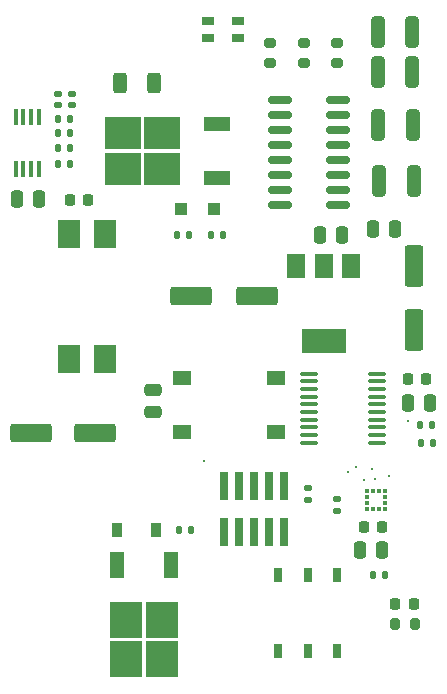
<source format=gtp>
%TF.GenerationSoftware,KiCad,Pcbnew,(6.0.1-0)*%
%TF.CreationDate,2022-10-24T18:59:44-05:00*%
%TF.ProjectId,tackle_sensor_hardware,7461636b-6c65-45f7-9365-6e736f725f68,rev?*%
%TF.SameCoordinates,Original*%
%TF.FileFunction,Paste,Top*%
%TF.FilePolarity,Positive*%
%FSLAX46Y46*%
G04 Gerber Fmt 4.6, Leading zero omitted, Abs format (unit mm)*
G04 Created by KiCad (PCBNEW (6.0.1-0)) date 2022-10-24 18:59:44*
%MOMM*%
%LPD*%
G01*
G04 APERTURE LIST*
G04 Aperture macros list*
%AMRoundRect*
0 Rectangle with rounded corners*
0 $1 Rounding radius*
0 $2 $3 $4 $5 $6 $7 $8 $9 X,Y pos of 4 corners*
0 Add a 4 corners polygon primitive as box body*
4,1,4,$2,$3,$4,$5,$6,$7,$8,$9,$2,$3,0*
0 Add four circle primitives for the rounded corners*
1,1,$1+$1,$2,$3*
1,1,$1+$1,$4,$5*
1,1,$1+$1,$6,$7*
1,1,$1+$1,$8,$9*
0 Add four rect primitives between the rounded corners*
20,1,$1+$1,$2,$3,$4,$5,0*
20,1,$1+$1,$4,$5,$6,$7,0*
20,1,$1+$1,$6,$7,$8,$9,0*
20,1,$1+$1,$8,$9,$2,$3,0*%
G04 Aperture macros list end*
%ADD10RoundRect,0.200000X-0.275000X0.200000X-0.275000X-0.200000X0.275000X-0.200000X0.275000X0.200000X0*%
%ADD11R,0.450000X1.450000*%
%ADD12RoundRect,0.135000X-0.135000X-0.185000X0.135000X-0.185000X0.135000X0.185000X-0.135000X0.185000X0*%
%ADD13R,0.760000X2.400000*%
%ADD14RoundRect,0.250000X0.312500X0.625000X-0.312500X0.625000X-0.312500X-0.625000X0.312500X-0.625000X0*%
%ADD15R,0.700000X1.200000*%
%ADD16RoundRect,0.225000X0.225000X0.250000X-0.225000X0.250000X-0.225000X-0.250000X0.225000X-0.250000X0*%
%ADD17RoundRect,0.250000X0.312500X1.075000X-0.312500X1.075000X-0.312500X-1.075000X0.312500X-1.075000X0*%
%ADD18R,0.350000X0.375000*%
%ADD19R,0.375000X0.350000*%
%ADD20RoundRect,0.225000X-0.225000X-0.250000X0.225000X-0.250000X0.225000X0.250000X-0.225000X0.250000X0*%
%ADD21RoundRect,0.200000X0.200000X0.275000X-0.200000X0.275000X-0.200000X-0.275000X0.200000X-0.275000X0*%
%ADD22RoundRect,0.250000X0.250000X0.475000X-0.250000X0.475000X-0.250000X-0.475000X0.250000X-0.475000X0*%
%ADD23RoundRect,0.250000X1.500000X0.550000X-1.500000X0.550000X-1.500000X-0.550000X1.500000X-0.550000X0*%
%ADD24RoundRect,0.135000X-0.185000X0.135000X-0.185000X-0.135000X0.185000X-0.135000X0.185000X0.135000X0*%
%ADD25C,0.254000*%
%ADD26RoundRect,0.250000X0.550000X-1.500000X0.550000X1.500000X-0.550000X1.500000X-0.550000X-1.500000X0*%
%ADD27R,1.550000X1.300000*%
%ADD28RoundRect,0.100000X0.637500X0.100000X-0.637500X0.100000X-0.637500X-0.100000X0.637500X-0.100000X0*%
%ADD29RoundRect,0.150000X-0.825000X-0.150000X0.825000X-0.150000X0.825000X0.150000X-0.825000X0.150000X0*%
%ADD30RoundRect,0.135000X0.135000X0.185000X-0.135000X0.185000X-0.135000X-0.185000X0.135000X-0.185000X0*%
%ADD31R,1.955800X2.362200*%
%ADD32R,2.750000X3.050000*%
%ADD33R,1.200000X2.200000*%
%ADD34RoundRect,0.140000X0.170000X-0.140000X0.170000X0.140000X-0.170000X0.140000X-0.170000X-0.140000X0*%
%ADD35RoundRect,0.140000X-0.140000X-0.170000X0.140000X-0.170000X0.140000X0.170000X-0.140000X0.170000X0*%
%ADD36RoundRect,0.218750X0.218750X0.256250X-0.218750X0.256250X-0.218750X-0.256250X0.218750X-0.256250X0*%
%ADD37R,1.500000X2.000000*%
%ADD38R,3.800000X2.000000*%
%ADD39RoundRect,0.250000X-0.250000X-0.475000X0.250000X-0.475000X0.250000X0.475000X-0.250000X0.475000X0*%
%ADD40R,3.050000X2.750000*%
%ADD41R,2.200000X1.200000*%
%ADD42R,0.900000X1.200000*%
%ADD43R,1.000000X0.800000*%
%ADD44RoundRect,0.250000X-0.312500X-1.075000X0.312500X-1.075000X0.312500X1.075000X-0.312500X1.075000X0*%
%ADD45RoundRect,0.250000X0.475000X-0.250000X0.475000X0.250000X-0.475000X0.250000X-0.475000X-0.250000X0*%
%ADD46R,1.100000X1.100000*%
G04 APERTURE END LIST*
D10*
%TO.C,R14*%
X143764000Y-74574400D03*
X143764000Y-76224400D03*
%TD*%
D11*
%TO.C,U2*%
X124165000Y-80858000D03*
X123515000Y-80858000D03*
X122865000Y-80858000D03*
X122215000Y-80858000D03*
X122215000Y-85258000D03*
X122865000Y-85258000D03*
X123515000Y-85258000D03*
X124165000Y-85258000D03*
%TD*%
D12*
%TO.C,R16*%
X156514800Y-108407200D03*
X157534800Y-108407200D03*
%TD*%
D13*
%TO.C,J1*%
X144932400Y-112045200D03*
X144932400Y-115945200D03*
X143662400Y-112045200D03*
X143662400Y-115945200D03*
X142392400Y-112045200D03*
X142392400Y-115945200D03*
X141122400Y-112045200D03*
X141122400Y-115945200D03*
X139852400Y-112045200D03*
X139852400Y-115945200D03*
%TD*%
D14*
%TO.C,R7*%
X133938200Y-77978000D03*
X131013200Y-77978000D03*
%TD*%
D12*
%TO.C,R1*%
X136017000Y-115824000D03*
X137037000Y-115824000D03*
%TD*%
D15*
%TO.C,SW2*%
X144439000Y-119559000D03*
X146939000Y-119559000D03*
X149439000Y-119559000D03*
X144439000Y-126059000D03*
X146939000Y-126059000D03*
X149439000Y-126059000D03*
%TD*%
D16*
%TO.C,C11*%
X153238800Y-115519200D03*
X151688800Y-115519200D03*
%TD*%
D17*
%TO.C,R19*%
X155934600Y-86258400D03*
X153009600Y-86258400D03*
%TD*%
%TO.C,R17*%
X155833000Y-81534000D03*
X152908000Y-81534000D03*
%TD*%
D18*
%TO.C,U3*%
X153454800Y-112521500D03*
X152954800Y-112521500D03*
X152454800Y-112521500D03*
X151954800Y-112521500D03*
D19*
X151942300Y-113034000D03*
X151942300Y-113534000D03*
D18*
X151954800Y-114046500D03*
X152454800Y-114046500D03*
X152954800Y-114046500D03*
X153454800Y-114046500D03*
D19*
X153467300Y-113534000D03*
X153467300Y-113034000D03*
%TD*%
D20*
%TO.C,C7*%
X155422000Y-103022400D03*
X156972000Y-103022400D03*
%TD*%
D21*
%TO.C,R12*%
X156006800Y-123748800D03*
X154356800Y-123748800D03*
%TD*%
D22*
%TO.C,C3*%
X124206000Y-87757000D03*
X122306000Y-87757000D03*
%TD*%
D23*
%TO.C,C2*%
X128938000Y-107569000D03*
X123538000Y-107569000D03*
%TD*%
D24*
%TO.C,R3*%
X146964400Y-112264000D03*
X146964400Y-113284000D03*
%TD*%
D10*
%TO.C,R11*%
X149453600Y-74574400D03*
X149453600Y-76224400D03*
%TD*%
D12*
%TO.C,R4*%
X125776800Y-84785200D03*
X126796800Y-84785200D03*
%TD*%
D25*
%TO.C,TP11*%
X152654000Y-111455200D03*
%TD*%
D26*
%TO.C,C15*%
X155905200Y-98864400D03*
X155905200Y-93464400D03*
%TD*%
D27*
%TO.C,SW1*%
X144238800Y-107456800D03*
X136278800Y-107456800D03*
X144238800Y-102956800D03*
X136278800Y-102956800D03*
%TD*%
D28*
%TO.C,U1*%
X152773300Y-108385800D03*
X152773300Y-107735800D03*
X152773300Y-107085800D03*
X152773300Y-106435800D03*
X152773300Y-105785800D03*
X152773300Y-105135800D03*
X152773300Y-104485800D03*
X152773300Y-103835800D03*
X152773300Y-103185800D03*
X152773300Y-102535800D03*
X147048300Y-102535800D03*
X147048300Y-103185800D03*
X147048300Y-103835800D03*
X147048300Y-104485800D03*
X147048300Y-105135800D03*
X147048300Y-105785800D03*
X147048300Y-106435800D03*
X147048300Y-107085800D03*
X147048300Y-107735800D03*
X147048300Y-108385800D03*
%TD*%
D12*
%TO.C,R18*%
X156464000Y-106883200D03*
X157484000Y-106883200D03*
%TD*%
D22*
%TO.C,C9*%
X153233200Y-117500400D03*
X151333200Y-117500400D03*
%TD*%
D29*
%TO.C,U5*%
X144591000Y-79375000D03*
X144591000Y-80645000D03*
X144591000Y-81915000D03*
X144591000Y-83185000D03*
X144591000Y-84455000D03*
X144591000Y-85725000D03*
X144591000Y-86995000D03*
X144591000Y-88265000D03*
X149541000Y-88265000D03*
X149541000Y-86995000D03*
X149541000Y-85725000D03*
X149541000Y-84455000D03*
X149541000Y-83185000D03*
X149541000Y-81915000D03*
X149541000Y-80645000D03*
X149541000Y-79375000D03*
%TD*%
D25*
%TO.C,TP13*%
X152400000Y-110642400D03*
%TD*%
%TO.C,TP8*%
X151028400Y-110490000D03*
%TD*%
D30*
%TO.C,R9*%
X136855200Y-90779600D03*
X135835200Y-90779600D03*
%TD*%
D12*
%TO.C,R2*%
X125827600Y-80970000D03*
X126847600Y-80970000D03*
%TD*%
D31*
%TO.C,T1*%
X129770000Y-90690700D03*
X126770000Y-90690700D03*
X126770000Y-101333300D03*
X129770000Y-101333300D03*
%TD*%
D30*
%TO.C,R8*%
X139801600Y-90779600D03*
X138781600Y-90779600D03*
%TD*%
%TO.C,R5*%
X153519600Y-119583200D03*
X152499600Y-119583200D03*
%TD*%
D32*
%TO.C,Q1*%
X134622000Y-126746000D03*
X131572000Y-123396000D03*
X131572000Y-126746000D03*
X134622000Y-123396000D03*
D33*
X135377000Y-118771000D03*
X130817000Y-118771000D03*
%TD*%
D34*
%TO.C,C6*%
X127000000Y-79801600D03*
X127000000Y-78841600D03*
%TD*%
D10*
%TO.C,R13*%
X146608800Y-74574400D03*
X146608800Y-76224400D03*
%TD*%
D35*
%TO.C,C8*%
X125831600Y-83459200D03*
X126791600Y-83459200D03*
%TD*%
D36*
%TO.C,D3*%
X155943800Y-122021600D03*
X154368800Y-122021600D03*
%TD*%
D12*
%TO.C,R6*%
X125829600Y-82189200D03*
X126849600Y-82189200D03*
%TD*%
D34*
%TO.C,C5*%
X125831600Y-79801600D03*
X125831600Y-78841600D03*
%TD*%
D25*
%TO.C,TP6*%
X155397200Y-106527600D03*
%TD*%
D16*
%TO.C,C10*%
X128320800Y-87884000D03*
X126770800Y-87884000D03*
%TD*%
D37*
%TO.C,U4*%
X150585200Y-93471600D03*
X148285200Y-93471600D03*
D38*
X148285200Y-99771600D03*
D37*
X145985200Y-93471600D03*
%TD*%
D39*
%TO.C,C14*%
X152430400Y-90322400D03*
X154330400Y-90322400D03*
%TD*%
D23*
%TO.C,C12*%
X142652400Y-96012000D03*
X137052400Y-96012000D03*
%TD*%
D39*
%TO.C,C13*%
X147960000Y-90779600D03*
X149860000Y-90779600D03*
%TD*%
D25*
%TO.C,TP2*%
X138176000Y-109931200D03*
%TD*%
%TO.C,TP10*%
X151688800Y-111556800D03*
%TD*%
D40*
%TO.C,Q2*%
X131267200Y-82141600D03*
X134617200Y-82141600D03*
X131267200Y-85191600D03*
X134617200Y-85191600D03*
D41*
X139242200Y-85946600D03*
X139242200Y-81386600D03*
%TD*%
D25*
%TO.C,TP14*%
X153822400Y-111252000D03*
%TD*%
D39*
%TO.C,C4*%
X155427600Y-105003600D03*
X157327600Y-105003600D03*
%TD*%
D42*
%TO.C,D1*%
X130811000Y-115824000D03*
X134111000Y-115824000D03*
%TD*%
D24*
%TO.C,R10*%
X149402800Y-113127600D03*
X149402800Y-114147600D03*
%TD*%
D43*
%TO.C,D4*%
X138500800Y-72706000D03*
X138500800Y-74106000D03*
X141000800Y-74106000D03*
X141000800Y-72706000D03*
%TD*%
D17*
%TO.C,R15*%
X155803600Y-77012800D03*
X152878600Y-77012800D03*
%TD*%
D44*
%TO.C,F1*%
X152878600Y-73609200D03*
X155803600Y-73609200D03*
%TD*%
D25*
%TO.C,TP9*%
X150317200Y-110896400D03*
%TD*%
D45*
%TO.C,C1*%
X133858000Y-105816400D03*
X133858000Y-103916400D03*
%TD*%
D46*
%TO.C,D2*%
X138988800Y-88646000D03*
X136188800Y-88646000D03*
%TD*%
M02*

</source>
